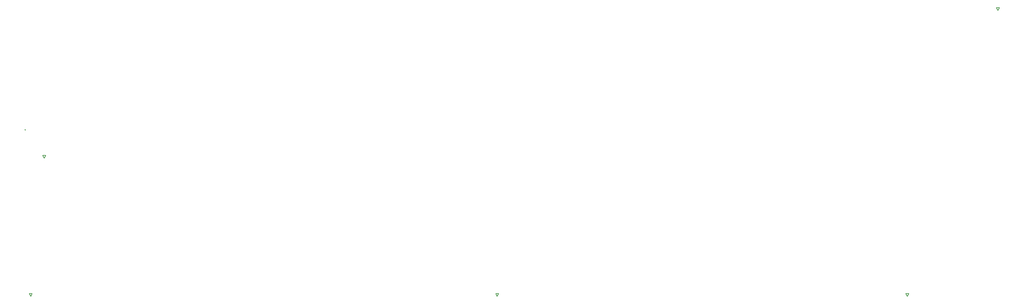
<source format=gbr>
%TF.GenerationSoftware,KiCad,Pcbnew,(5.99.0-13123-g97e9348ee1)*%
%TF.CreationDate,2021-12-06T14:10:23+03:00*%
%TF.ProjectId,Monoflex60,4d6f6e6f-666c-4657-9836-302e6b696361,rev?*%
%TF.SameCoordinates,Original*%
%TF.FileFunction,Legend,Bot*%
%TF.FilePolarity,Positive*%
%FSLAX46Y46*%
G04 Gerber Fmt 4.6, Leading zero omitted, Abs format (unit mm)*
G04 Created by KiCad (PCBNEW (5.99.0-13123-g97e9348ee1)) date 2021-12-06 14:10:23*
%MOMM*%
%LPD*%
G01*
G04 APERTURE LIST*
%ADD10C,0.200000*%
G04 APERTURE END LIST*
D10*
%TO.C,D34*%
X315118750Y-168675000D02*
X314718750Y-167875000D01*
X315118750Y-167875000D02*
X315518750Y-167875000D01*
X314718750Y-167875000D02*
X315118750Y-167875000D01*
X315518750Y-167875000D02*
X315118750Y-168675000D01*
%TO.C,U1*%
X80363220Y-124289160D02*
G75*
G03*
X80363220Y-124289160I-100000J0D01*
G01*
%TO.C,D22*%
X84925000Y-131075480D02*
X85325000Y-131075480D01*
X85725000Y-131075480D02*
X85325000Y-131875480D01*
X85325000Y-131875480D02*
X84925000Y-131075480D01*
X85325000Y-131075480D02*
X85725000Y-131075480D01*
%TO.C,D8*%
X339260180Y-91675000D02*
X339660180Y-91675000D01*
X338860180Y-91675000D02*
X339260180Y-91675000D01*
X339260180Y-92475000D02*
X338860180Y-91675000D01*
X339660180Y-91675000D02*
X339260180Y-92475000D01*
%TO.C,D30*%
X81756250Y-168675000D02*
X81356250Y-167875000D01*
X82156250Y-167875000D02*
X81756250Y-168675000D01*
X81356250Y-167875000D02*
X81756250Y-167875000D01*
X81756250Y-167875000D02*
X82156250Y-167875000D01*
%TO.C,D32*%
X205930500Y-167875000D02*
X206330500Y-167875000D01*
X206330500Y-167875000D02*
X205930500Y-168675000D01*
X205530500Y-167875000D02*
X205930500Y-167875000D01*
X205930500Y-168675000D02*
X205530500Y-167875000D01*
%TD*%
M02*

</source>
